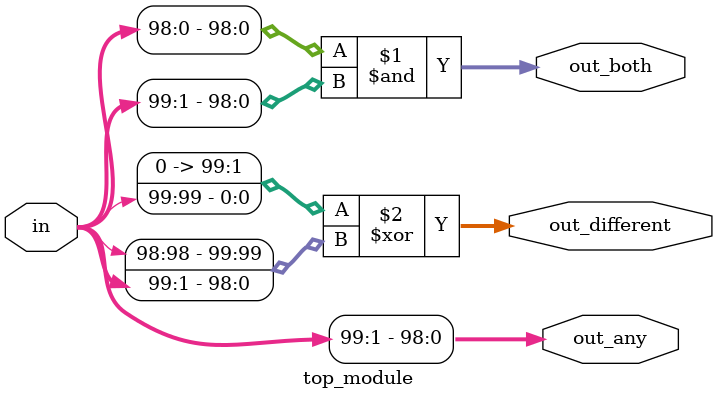
<source format=sv>
module top_module (
    input [99:0] in,
    output [98:0] out_both,
    output [99:1] out_any,
    output [99:0] out_different
);

    assign out_both = in[98:0] & in[99:1];
    
    assign out_any = {in[99], in[99:1]};
    
    assign out_different = {in[99]} ^ {in[98], in[99:1]};

endmodule

</source>
